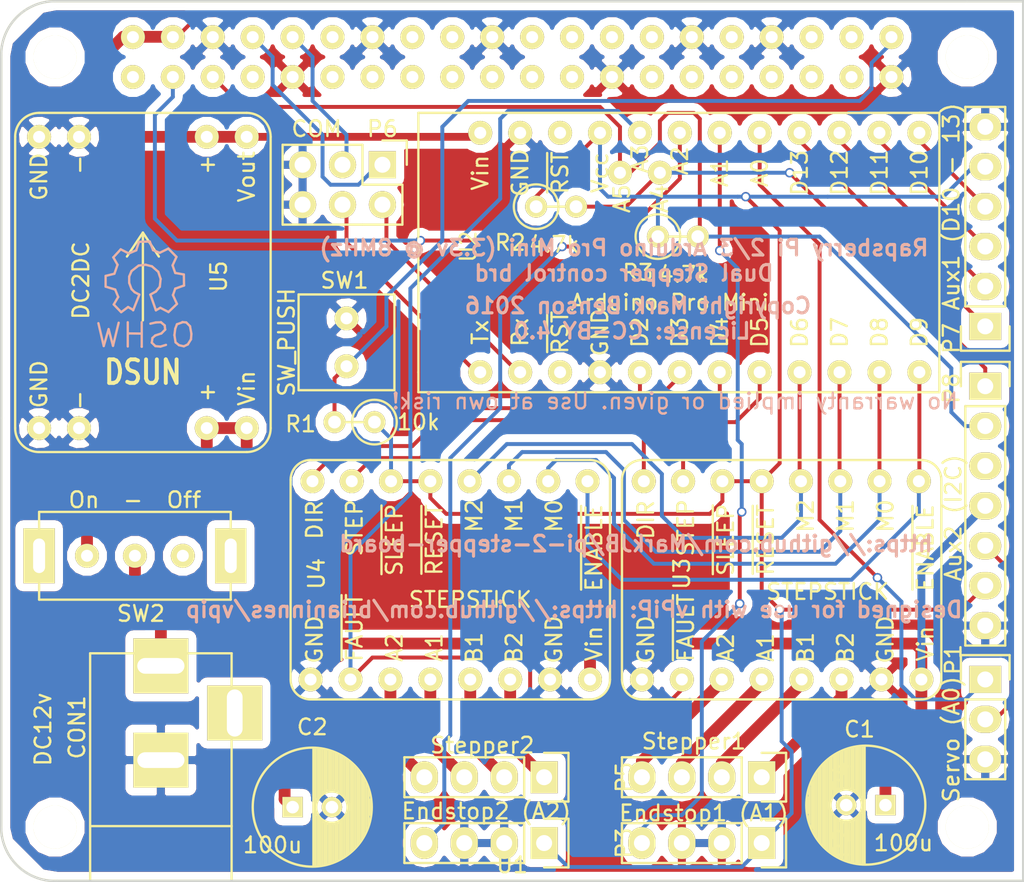
<source format=kicad_pcb>
(kicad_pcb (version 4) (host pcbnew 4.0.2-stable)
  (title_block (title "Pi 2/3 Arduino Stepper board") (date 2016-03-14) (rev v1.0) (comment 1 "Copyright Mark Benson 2016") (comment 2 "License: CC-BY-NC"))
  (layers (0 F.Cu signal) (31 B.Cu signal) (34 B.Paste user) (35 F.Paste user) (36 B.SilkS user) (37 F.SilkS user) (38 B.Mask user) (39 F.Mask user) (44 Edge.Cuts user))
  (net 0 "")
  (net 1 GND)
  (net 2 +12V)
  (net 3 "Net-(CON1-Pad3)")
  (net 4 /SERVO)
  (net 5 /VCC)
  (net 6 /ESTOP1)
  (net 7 /ESTOP2)
  (net 8 "Net-(P4-Pad1)")
  (net 9 "Net-(P4-Pad2)")
  (net 10 "Net-(P4-Pad3)")
  (net 11 "Net-(P4-Pad4)")
  (net 12 "Net-(P5-Pad1)")
  (net 13 "Net-(P5-Pad2)")
  (net 14 "Net-(P5-Pad3)")
  (net 15 "Net-(P5-Pad4)")
  (net 16 /PiTx)
  (net 17 /ArdRx)
  (net 18 /PiRx)
  (net 19 /ArdTx)
  (net 20 "Net-(U1-Pad1)")
  (net 21 "Net-(U1-Pad7)")
  (net 22 "Net-(U1-Pad11)")
  (net 23 "Net-(U1-Pad12)")
  (net 24 "Net-(U1-Pad13)")
  (net 25 "Net-(U1-Pad15)")
  (net 26 "Net-(U1-Pad16)")
  (net 27 "Net-(U1-Pad17)")
  (net 28 "Net-(U1-Pad18)")
  (net 29 "Net-(U1-Pad19)")
  (net 30 "Net-(U1-Pad21)")
  (net 31 "Net-(U1-Pad22)")
  (net 32 "Net-(U1-Pad23)")
  (net 33 "Net-(U1-Pad24)")
  (net 34 "Net-(U1-Pad26)")
  (net 35 "Net-(U1-Pad27)")
  (net 36 "Net-(U1-Pad28)")
  (net 37 "Net-(U1-Pad29)")
  (net 38 "Net-(U1-Pad31)")
  (net 39 "Net-(U1-Pad32)")
  (net 40 "Net-(U1-Pad33)")
  (net 41 "Net-(U1-Pad35)")
  (net 42 "Net-(U1-Pad36)")
  (net 43 "Net-(U1-Pad37)")
  (net 44 "Net-(U1-Pad38)")
  (net 45 "Net-(U2-Pad3)")
  (net 46 /DIR2)
  (net 47 /STEP2)
  (net 48 /DIR1)
  (net 49 /STEP1)
  (net 50 /M2)
  (net 51 /M1)
  (net 52 /M0)
  (net 53 /ENABLE)
  (net 54 /FAULT)
  (net 55 "Net-(U2-Pad22)")
  (net 56 /3v3)
  (net 57 /D10)
  (net 58 /D11)
  (net 59 /D12)
  (net 60 /D13)
  (net 61 "Net-(CON1-Pad1)")
  (net 62 /GPIO21)
  (net 63 "Net-(SW2-Pad3)")
  (net 64 /SDA)
  (net 65 /SCL)
  (net 66 "Net-(P8-Pad3)")
  (module custom:Pi_2_3 (layer F.Cu) (at 109.347 57.277)
    (fp_text reference U1 (at 0 41.783) (layer F.SilkS))
    (fp_text value Pi2_3_GPIO hide)
    (pad "" np_thru_hole circle (at 28.956 39.37) (size 2.75 2.75) (drill 2.75) (layers *.Cu *.Mask F.SilkS))
    (pad "" np_thru_hole circle (at -29.083 39.37) (size 2.75 2.75) (drill 2.75) (layers *.Cu *.Mask F.SilkS))
    (pad 1 thru_hole circle (at -24.13 -8.382) (size 1.524 1.524) (drill 0.762) (layers *.Cu *.Mask F.SilkS) (net 20 "Net-(U1-Pad1)"))
    (pad 2 thru_hole circle (at -24.13 -10.922) (size 1.524 1.524) (drill 0.762) (layers *.Cu *.Mask F.SilkS) (net 5 /VCC))
    (pad 3 thru_hole circle (at -21.59 -8.382) (size 1.524 1.524) (drill 0.762) (layers *.Cu *.Mask F.SilkS) (net 64 /SDA))
    (pad 4 thru_hole circle (at -21.59 -10.922) (size 1.524 1.524) (drill 0.762) (layers *.Cu *.Mask F.SilkS) (net 5 /VCC))
    (pad 5 thru_hole circle (at -19.05 -8.382) (size 1.524 1.524) (drill 0.762) (layers *.Cu *.Mask F.SilkS) (net 65 /SCL))
    (pad 6 thru_hole circle (at -19.05 -10.922) (size 1.524 1.524) (drill 0.762) (layers *.Cu *.Mask F.SilkS) (net 1 GND))
    (pad 7 thru_hole circle (at -16.51 -8.382) (size 1.524 1.524) (drill 0.762) (layers *.Cu *.Mask F.SilkS) (net 21 "Net-(U1-Pad7)"))
    (pad 8 thru_hole circle (at -16.51 -10.922) (size 1.524 1.524) (drill 0.762) (layers *.Cu *.Mask F.SilkS) (net 16 /PiTx))
    (pad 9 thru_hole circle (at -13.97 -8.382) (size 1.524 1.524) (drill 0.762) (layers *.Cu *.Mask F.SilkS) (net 1 GND))
    (pad 10 thru_hole circle (at -13.97 -10.922) (size 1.524 1.524) (drill 0.762) (layers *.Cu *.Mask F.SilkS) (net 18 /PiRx))
    (pad 11 thru_hole circle (at -11.43 -8.382) (size 1.524 1.524) (drill 0.762) (layers *.Cu *.Mask F.SilkS) (net 22 "Net-(U1-Pad11)"))
    (pad 12 thru_hole circle (at -11.43 -10.922) (size 1.524 1.524) (drill 0.762) (layers *.Cu *.Mask F.SilkS) (net 23 "Net-(U1-Pad12)"))
    (pad 13 thru_hole circle (at -8.89 -8.382) (size 1.524 1.524) (drill 0.762) (layers *.Cu *.Mask F.SilkS) (net 24 "Net-(U1-Pad13)"))
    (pad 14 thru_hole circle (at -8.89 -10.922) (size 1.524 1.524) (drill 0.762) (layers *.Cu *.Mask F.SilkS) (net 1 GND))
    (pad 15 thru_hole circle (at -6.35 -8.382) (size 1.524 1.524) (drill 0.762) (layers *.Cu *.Mask F.SilkS) (net 25 "Net-(U1-Pad15)"))
    (pad 16 thru_hole circle (at -6.35 -10.922) (size 1.524 1.524) (drill 0.762) (layers *.Cu *.Mask F.SilkS) (net 26 "Net-(U1-Pad16)"))
    (pad 17 thru_hole circle (at -3.81 -8.382) (size 1.524 1.524) (drill 0.762) (layers *.Cu *.Mask F.SilkS) (net 27 "Net-(U1-Pad17)"))
    (pad 18 thru_hole circle (at -3.81 -10.922) (size 1.524 1.524) (drill 0.762) (layers *.Cu *.Mask F.SilkS) (net 28 "Net-(U1-Pad18)"))
    (pad 19 thru_hole circle (at -1.27 -8.382) (size 1.524 1.524) (drill 0.762) (layers *.Cu *.Mask F.SilkS) (net 29 "Net-(U1-Pad19)"))
    (pad 20 thru_hole circle (at -1.27 -10.922) (size 1.524 1.524) (drill 0.762) (layers *.Cu *.Mask F.SilkS) (net 1 GND))
    (pad 21 thru_hole circle (at 1.27 -8.382) (size 1.524 1.524) (drill 0.762) (layers *.Cu *.Mask F.SilkS) (net 30 "Net-(U1-Pad21)"))
    (pad 22 thru_hole circle (at 1.27 -10.922) (size 1.524 1.524) (drill 0.762) (layers *.Cu *.Mask F.SilkS) (net 31 "Net-(U1-Pad22)"))
    (pad 23 thru_hole circle (at 3.81 -8.382) (size 1.524 1.524) (drill 0.762) (layers *.Cu *.Mask F.SilkS) (net 32 "Net-(U1-Pad23)"))
    (pad 24 thru_hole circle (at 3.81 -10.922) (size 1.524 1.524) (drill 0.762) (layers *.Cu *.Mask F.SilkS) (net 33 "Net-(U1-Pad24)"))
    (pad 25 thru_hole circle (at 6.35 -8.382) (size 1.524 1.524) (drill 0.762) (layers *.Cu *.Mask F.SilkS) (net 1 GND))
    (pad 26 thru_hole circle (at 6.35 -10.922) (size 1.524 1.524) (drill 0.762) (layers *.Cu *.Mask F.SilkS) (net 34 "Net-(U1-Pad26)"))
    (pad 27 thru_hole circle (at 8.89 -8.382) (size 1.524 1.524) (drill 0.762) (layers *.Cu *.Mask F.SilkS) (net 35 "Net-(U1-Pad27)"))
    (pad 28 thru_hole circle (at 8.89 -10.922) (size 1.524 1.524) (drill 0.762) (layers *.Cu *.Mask F.SilkS) (net 36 "Net-(U1-Pad28)"))
    (pad 29 thru_hole circle (at 11.43 -8.382) (size 1.524 1.524) (drill 0.762) (layers *.Cu *.Mask F.SilkS) (net 37 "Net-(U1-Pad29)"))
    (pad 30 thru_hole circle (at 11.43 -10.922) (size 1.524 1.524) (drill 0.762) (layers *.Cu *.Mask F.SilkS) (net 1 GND))
    (pad 31 thru_hole circle (at 13.97 -8.382) (size 1.524 1.524) (drill 0.762) (layers *.Cu *.Mask F.SilkS) (net 38 "Net-(U1-Pad31)"))
    (pad 32 thru_hole circle (at 13.97 -10.922) (size 1.524 1.524) (drill 0.762) (layers *.Cu *.Mask F.SilkS) (net 39 "Net-(U1-Pad32)"))
    (pad 33 thru_hole circle (at 16.51 -8.382) (size 1.524 1.524) (drill 0.762) (layers *.Cu *.Mask F.SilkS) (net 40 "Net-(U1-Pad33)"))
    (pad 34 thru_hole circle (at 16.51 -10.922) (size 1.524 1.524) (drill 0.762) (layers *.Cu *.Mask F.SilkS) (net 1 GND))
    (pad 35 thru_hole circle (at 19.05 -8.382) (size 1.524 1.524) (drill 0.762) (layers *.Cu *.Mask F.SilkS) (net 41 "Net-(U1-Pad35)"))
    (pad 36 thru_hole circle (at 19.05 -10.922) (size 1.524 1.524) (drill 0.762) (layers *.Cu *.Mask F.SilkS) (net 42 "Net-(U1-Pad36)"))
    (pad 37 thru_hole circle (at 21.59 -8.382) (size 1.524 1.524) (drill 0.762) (layers *.Cu *.Mask F.SilkS) (net 43 "Net-(U1-Pad37)"))
    (pad 38 thru_hole circle (at 21.59 -10.922) (size 1.524 1.524) (drill 0.762) (layers *.Cu *.Mask F.SilkS) (net 44 "Net-(U1-Pad38)"))
    (pad 39 thru_hole circle (at 24.13 -8.382) (size 1.524 1.524) (drill 0.762) (layers *.Cu *.Mask F.SilkS) (net 1 GND))
    (pad 40 thru_hole circle (at 24.13 -10.922) (size 1.524 1.524) (drill 0.762) (layers *.Cu *.Mask F.SilkS) (net 62 /GPIO21))
    (pad "" np_thru_hole circle (at -29.083 -9.652) (size 2.75 2.75) (drill 2.75) (layers *.Cu *.Mask F.SilkS))
    (pad "" np_thru_hole circle (at 28.956 -9.652) (size 2.75 2.75) (drill 2.75) (layers *.Cu *.Mask F.SilkS))
  )
  (module Capacitors_ThroughHole:C_Radial_D7.5_L11.2_P2.5 (layer F.Cu) (at 133.096 95.25 180)
    (fp_text reference C1 (at 1.651 4.826 180) (layer F.SilkS))
    (fp_text value 100u (at -1.143 -2.413 180) (layer F.SilkS))
    (pad 2 thru_hole circle (at 2.5 0 180) (size 1.3 1.3) (drill 0.8) (layers *.Cu *.Mask F.SilkS) (net 1 GND))
    (pad 1 thru_hole rect (at 0 0 180) (size 1.3 1.3) (drill 0.8) (layers *.Cu *.Mask F.SilkS) (net 2 +12V))
  )
  (module Capacitors_ThroughHole:C_Radial_D7.5_L11.2_P2.5 (layer F.Cu) (at 95.377 95.377)
    (fp_text reference C2 (at 1.25 -5.1) (layer F.SilkS))
    (fp_text value 100u (at -1.27 2.413) (layer F.SilkS))
    (pad 2 thru_hole circle (at 2.5 0) (size 1.3 1.3) (drill 0.8) (layers *.Cu *.Mask F.SilkS) (net 1 GND))
    (pad 1 thru_hole rect (at 0 0) (size 1.3 1.3) (drill 0.8) (layers *.Cu *.Mask F.SilkS) (net 2 +12V))
  )
  (module custom:BARREL_JACK (layer F.Cu) (at 86.995 92.583 90)
    (fp_text reference CON1 (at 2.286 -5.334 270) (layer F.SilkS))
    (fp_text value DC12v (at 2.159 -7.493 90) (layer F.SilkS))
    (pad 1 thru_hole rect (at 6.20014 0 90) (size 3.50012 3.50012) (drill oval 1.00076 2.99974) (layers *.Cu *.Mask F.SilkS) (net 61 "Net-(CON1-Pad1)"))
    (pad 2 thru_hole rect (at 0.20066 0 90) (size 3.50012 3.50012) (drill oval 1.00076 2.99974) (layers *.Cu *.Mask F.SilkS) (net 1 GND))
    (pad 3 thru_hole rect (at 3.2004 4.699 90) (size 3.50012 3.50012) (drill oval 2.99974 1.00076) (layers *.Cu *.Mask F.SilkS) (net 3 "Net-(CON1-Pad3)"))
  )
  (module Pin_Headers:Pin_Header_Straight_1x03 (layer F.Cu) (at 139.446 87.249)
    (fp_text reference P1 (at -2.032 -1.27 90) (layer F.SilkS))
    (fp_text value "Servo (A0)" (at -2.159 3.81 90) (layer F.SilkS))
    (pad 1 thru_hole rect (at 0 0) (size 2.032 1.7272) (drill 1.016) (layers *.Cu *.Mask F.SilkS) (net 4 /SERVO))
    (pad 2 thru_hole oval (at 0 2.54) (size 2.032 1.7272) (drill 1.016) (layers *.Cu *.Mask F.SilkS) (net 5 /VCC))
    (pad 3 thru_hole oval (at 0 5.08) (size 2.032 1.7272) (drill 1.016) (layers *.Cu *.Mask F.SilkS) (net 1 GND))
  )
  (module Pin_Headers:Pin_Header_Straight_1x04 (layer F.Cu) (at 125.222 97.663 270)
    (fp_text reference P2 (at 0 -5.1 270) (layer F.SilkS))
    (fp_text value "Endstop1 (A1)" (at -1.905 3.683 360) (layer F.SilkS))
    (pad 1 thru_hole rect (at 0 0 270) (size 2.032 1.7272) (drill 1.016) (layers *.Cu *.Mask F.SilkS) (net 56 /3v3))
    (pad 2 thru_hole oval (at 0 2.54 270) (size 2.032 1.7272) (drill 1.016) (layers *.Cu *.Mask F.SilkS) (net 1 GND))
    (pad 3 thru_hole oval (at 0 5.08 270) (size 2.032 1.7272) (drill 1.016) (layers *.Cu *.Mask F.SilkS) (net 1 GND))
    (pad 4 thru_hole oval (at 0 7.62 270) (size 2.032 1.7272) (drill 1.016) (layers *.Cu *.Mask F.SilkS) (net 6 /ESTOP1))
  )
  (module Pin_Headers:Pin_Header_Straight_1x04 (layer F.Cu) (at 111.379 97.663 270)
    (fp_text reference P3 (at 0 -5.1 270) (layer F.SilkS))
    (fp_text value "Endstop2 (A2)" (at -2.032 3.683 360) (layer F.SilkS))
    (pad 1 thru_hole rect (at 0 0 270) (size 2.032 1.7272) (drill 1.016) (layers *.Cu *.Mask F.SilkS) (net 56 /3v3))
    (pad 2 thru_hole oval (at 0 2.54 270) (size 2.032 1.7272) (drill 1.016) (layers *.Cu *.Mask F.SilkS) (net 1 GND))
    (pad 3 thru_hole oval (at 0 5.08 270) (size 2.032 1.7272) (drill 1.016) (layers *.Cu *.Mask F.SilkS) (net 1 GND))
    (pad 4 thru_hole oval (at 0 7.62 270) (size 2.032 1.7272) (drill 1.016) (layers *.Cu *.Mask F.SilkS) (net 7 /ESTOP2))
  )
  (module Pin_Headers:Pin_Header_Straight_1x04 (layer F.Cu) (at 125.222 93.472 270)
    (fp_text reference P4 (at 0 -5.1 270) (layer F.SilkS))
    (fp_text value Stepper1 (at -2.286 4.318 360) (layer F.SilkS))
    (pad 1 thru_hole rect (at 0 0 270) (size 2.032 1.7272) (drill 1.016) (layers *.Cu *.Mask F.SilkS) (net 8 "Net-(P4-Pad1)"))
    (pad 2 thru_hole oval (at 0 2.54 270) (size 2.032 1.7272) (drill 1.016) (layers *.Cu *.Mask F.SilkS) (net 9 "Net-(P4-Pad2)"))
    (pad 3 thru_hole oval (at 0 5.08 270) (size 2.032 1.7272) (drill 1.016) (layers *.Cu *.Mask F.SilkS) (net 10 "Net-(P4-Pad3)"))
    (pad 4 thru_hole oval (at 0 7.62 270) (size 2.032 1.7272) (drill 1.016) (layers *.Cu *.Mask F.SilkS) (net 11 "Net-(P4-Pad4)"))
  )
  (module Pin_Headers:Pin_Header_Straight_1x04 (layer F.Cu) (at 111.379 93.472 270)
    (fp_text reference P5 (at 0 -5.1 270) (layer F.SilkS))
    (fp_text value Stepper2 (at -2.032 3.937 360) (layer F.SilkS))
    (pad 1 thru_hole rect (at 0 0 270) (size 2.032 1.7272) (drill 1.016) (layers *.Cu *.Mask F.SilkS) (net 12 "Net-(P5-Pad1)"))
    (pad 2 thru_hole oval (at 0 2.54 270) (size 2.032 1.7272) (drill 1.016) (layers *.Cu *.Mask F.SilkS) (net 13 "Net-(P5-Pad2)"))
    (pad 3 thru_hole oval (at 0 5.08 270) (size 2.032 1.7272) (drill 1.016) (layers *.Cu *.Mask F.SilkS) (net 14 "Net-(P5-Pad3)"))
    (pad 4 thru_hole oval (at 0 7.62 270) (size 2.032 1.7272) (drill 1.016) (layers *.Cu *.Mask F.SilkS) (net 15 "Net-(P5-Pad4)"))
  )
  (module Pin_Headers:Pin_Header_Straight_2x03 (layer F.Cu) (at 101.092 54.483 270)
    (fp_text reference P6 (at -2.286 0 540) (layer F.SilkS))
    (fp_text value COM (at -2.286 4.191 360) (layer F.SilkS))
    (pad 1 thru_hole rect (at 0 0 270) (size 1.7272 1.7272) (drill 1.016) (layers *.Cu *.Mask F.SilkS) (net 16 /PiTx))
    (pad 2 thru_hole oval (at 2.54 0 270) (size 1.7272 1.7272) (drill 1.016) (layers *.Cu *.Mask F.SilkS) (net 17 /ArdRx))
    (pad 3 thru_hole oval (at 0 2.54 270) (size 1.7272 1.7272) (drill 1.016) (layers *.Cu *.Mask F.SilkS) (net 18 /PiRx))
    (pad 4 thru_hole oval (at 2.54 2.54 270) (size 1.7272 1.7272) (drill 1.016) (layers *.Cu *.Mask F.SilkS) (net 19 /ArdTx))
    (pad 5 thru_hole oval (at 0 5.08 270) (size 1.7272 1.7272) (drill 1.016) (layers *.Cu *.Mask F.SilkS) (net 1 GND))
    (pad 6 thru_hole oval (at 2.54 5.08 270) (size 1.7272 1.7272) (drill 1.016) (layers *.Cu *.Mask F.SilkS) (net 1 GND))
  )
  (module Pin_Headers:Pin_Header_Straight_1x06 (layer F.Cu) (at 139.446 64.77 180)
    (fp_text reference P7 (at 2.159 -0.762 270) (layer F.SilkS))
    (fp_text value "Aux1 (D10 - 13)" (at 2.159 7.62 270) (layer F.SilkS))
    (pad 1 thru_hole rect (at 0 0 180) (size 2.032 1.7272) (drill 1.016) (layers *.Cu *.Mask F.SilkS) (net 57 /D10))
    (pad 2 thru_hole oval (at 0 2.54 180) (size 2.032 1.7272) (drill 1.016) (layers *.Cu *.Mask F.SilkS) (net 58 /D11))
    (pad 3 thru_hole oval (at 0 5.08 180) (size 2.032 1.7272) (drill 1.016) (layers *.Cu *.Mask F.SilkS) (net 59 /D12))
    (pad 4 thru_hole oval (at 0 7.62 180) (size 2.032 1.7272) (drill 1.016) (layers *.Cu *.Mask F.SilkS) (net 60 /D13))
    (pad 5 thru_hole oval (at 0 10.16 180) (size 2.032 1.7272) (drill 1.016) (layers *.Cu *.Mask F.SilkS) (net 56 /3v3))
    (pad 6 thru_hole oval (at 0 12.7 180) (size 2.032 1.7272) (drill 1.016) (layers *.Cu *.Mask F.SilkS) (net 1 GND))
  )
  (module Discret:R1 (layer F.Cu) (at 99.314 70.866 180)
    (fp_text reference R1 (at 3.429 -0.127 180) (layer F.SilkS))
    (fp_text value 10k (at -4.064 0 180) (layer F.SilkS))
    (pad 1 thru_hole circle (at -1.27 0 180) (size 1.397 1.397) (drill 0.8128) (layers *.Cu *.Mask F.SilkS) (net 56 /3v3))
    (pad 2 thru_hole circle (at 1.27 0 180) (size 1.397 1.397) (drill 0.8128) (layers *.Cu *.Mask F.SilkS) (net 62 /GPIO21))
  )
  (module custom:TactSw (layer F.Cu) (at 98.806 65.786 90)
    (fp_text reference SW1 (at 3.937 -0.127 180) (layer F.SilkS))
    (fp_text value SW_PUSH (at 0 -3.81 90) (layer F.SilkS))
    (pad 2 thru_hole circle (at 1.524 0 90) (size 1.524 1.524) (drill 0.762) (layers *.Cu *.Mask F.SilkS) (net 1 GND))
    (pad 1 thru_hole circle (at -1.524 0 90) (size 1.524 1.524) (drill 0.762) (layers *.Cu *.Mask F.SilkS) (net 62 /GPIO21))
  )
  (module custom:Stepstick (layer F.Cu) (at 125.222 80.391 90)
    (fp_text reference U3 (at -0.127 -5.08 90) (layer F.SilkS))
    (fp_text value STEPSTICK (at -1.27 4.191 180) (layer F.SilkS))
    (fp_text user DIR (at 3.302 -7.366 90) (layer F.SilkS))
    (fp_text user STEP (at 2.794 -4.826 90) (layer F.SilkS))
    (fp_text user ~SLEEP (at 2.032 -2.286 90) (layer F.SilkS))
    (fp_text user ~RESET (at 2.032 0.254 90) (layer F.SilkS))
    (fp_text user M2 (at 3.556 2.794 90) (layer F.SilkS))
    (fp_text user M1 (at 3.556 5.334 90) (layer F.SilkS))
    (fp_text user M0 (at 3.556 7.874 90) (layer F.SilkS))
    (fp_text user ~ENABLE (at 1.524 10.414 90) (layer F.SilkS))
    (fp_text user Vin (at -4.572 10.414 90) (layer F.SilkS))
    (fp_text user GND (at -4.318 7.874 90) (layer F.SilkS))
    (fp_text user B2 (at -4.826 5.334 90) (layer F.SilkS))
    (fp_text user B1 (at -4.826 2.794 90) (layer F.SilkS))
    (fp_text user A1 (at -4.826 0.254 90) (layer F.SilkS))
    (fp_text user A2 (at -4.826 -2.286 90) (layer F.SilkS))
    (fp_text user ~FAULT (at -3.556 -4.826 90) (layer F.SilkS))
    (fp_text user GND (at -4.318 -7.366 90) (layer F.SilkS))
    (pad 1 thru_hole circle (at -6.858 -7.62 90) (size 1.524 1.524) (drill 0.762) (layers *.Cu *.Mask F.SilkS) (net 1 GND))
    (pad 2 thru_hole circle (at -6.858 -5.08 90) (size 1.524 1.524) (drill 0.762) (layers *.Cu *.Mask F.SilkS) (net 54 /FAULT))
    (pad 3 thru_hole circle (at -6.858 -2.54 90) (size 1.524 1.524) (drill 0.762) (layers *.Cu *.Mask F.SilkS) (net 11 "Net-(P4-Pad4)"))
    (pad 4 thru_hole circle (at -6.858 0 90) (size 1.524 1.524) (drill 0.762) (layers *.Cu *.Mask F.SilkS) (net 10 "Net-(P4-Pad3)"))
    (pad 5 thru_hole circle (at -6.858 2.54 90) (size 1.524 1.524) (drill 0.762) (layers *.Cu *.Mask F.SilkS) (net 9 "Net-(P4-Pad2)"))
    (pad 6 thru_hole circle (at -6.858 5.08 90) (size 1.524 1.524) (drill 0.762) (layers *.Cu *.Mask F.SilkS) (net 8 "Net-(P4-Pad1)"))
    (pad 7 thru_hole circle (at -6.858 7.62 90) (size 1.524 1.524) (drill 0.762) (layers *.Cu *.Mask F.SilkS) (net 1 GND))
    (pad 8 thru_hole circle (at -6.858 10.16 90) (size 1.524 1.524) (drill 0.762) (layers *.Cu *.Mask F.SilkS) (net 2 +12V))
    (pad 9 thru_hole circle (at 5.762 10 90) (size 1.524 1.524) (drill 0.762) (layers *.Cu *.Mask F.SilkS) (net 53 /ENABLE))
    (pad 10 thru_hole circle (at 5.762 7.5 90) (size 1.524 1.524) (drill 0.762) (layers *.Cu *.Mask F.SilkS) (net 52 /M0))
    (pad 11 thru_hole circle (at 5.762 5 90) (size 1.524 1.524) (drill 0.762) (layers *.Cu *.Mask F.SilkS) (net 51 /M1))
    (pad 12 thru_hole circle (at 5.762 2.5 90) (size 1.524 1.524) (drill 0.762) (layers *.Cu *.Mask F.SilkS) (net 50 /M2))
    (pad 13 thru_hole circle (at 5.762 0 90) (size 1.524 1.524) (drill 0.762) (layers *.Cu *.Mask F.SilkS) (net 56 /3v3))
    (pad 14 thru_hole circle (at 5.762 -2.5 90) (size 1.524 1.524) (drill 0.762) (layers *.Cu *.Mask F.SilkS) (net 56 /3v3))
    (pad 15 thru_hole circle (at 5.762 -5 90) (size 1.524 1.524) (drill 0.762) (layers *.Cu *.Mask F.SilkS) (net 49 /STEP1))
    (pad 16 thru_hole circle (at 5.762 -7.5 90) (size 1.524 1.524) (drill 0.762) (layers *.Cu *.Mask F.SilkS) (net 48 /DIR1))
  )
  (module custom:Stepstick (layer F.Cu) (at 104.14 80.391 90)
    (fp_text reference U4 (at -0.127 -7.239 90) (layer F.SilkS))
    (fp_text value STEPSTICK (at -1.778 2.54 180) (layer F.SilkS))
    (fp_text user DIR (at 3.302 -7.366 90) (layer F.SilkS))
    (fp_text user STEP (at 2.794 -4.826 90) (layer F.SilkS))
    (fp_text user ~SLEEP (at 2.032 -2.286 90) (layer F.SilkS))
    (fp_text user ~RESET (at 2.032 0.254 90) (layer F.SilkS))
    (fp_text user M2 (at 3.556 2.794 90) (layer F.SilkS))
    (fp_text user M1 (at 3.556 5.334 90) (layer F.SilkS))
    (fp_text user M0 (at 3.556 7.874 90) (layer F.SilkS))
    (fp_text user ~ENABLE (at 1.524 10.414 90) (layer F.SilkS))
    (fp_text user Vin (at -4.572 10.414 90) (layer F.SilkS))
    (fp_text user GND (at -4.318 7.874 90) (layer F.SilkS))
    (fp_text user B2 (at -4.826 5.334 90) (layer F.SilkS))
    (fp_text user B1 (at -4.826 2.794 90) (layer F.SilkS))
    (fp_text user A1 (at -4.826 0.254 90) (layer F.SilkS))
    (fp_text user A2 (at -4.826 -2.286 90) (layer F.SilkS))
    (fp_text user ~FAULT (at -3.556 -4.826 90) (layer F.SilkS))
    (fp_text user GND (at -4.318 -7.366 90) (layer F.SilkS))
    (pad 1 thru_hole circle (at -6.858 -7.62 90) (size 1.524 1.524) (drill 0.762) (layers *.Cu *.Mask F.SilkS) (net 1 GND))
    (pad 2 thru_hole circle (at -6.858 -5.08 90) (size 1.524 1.524) (drill 0.762) (layers *.Cu *.Mask F.SilkS) (net 54 /FAULT))
    (pad 3 thru_hole circle (at -6.858 -2.54 90) (size 1.524 1.524) (drill 0.762) (layers *.Cu *.Mask F.SilkS) (net 15 "Net-(P5-Pad4)"))
    (pad 4 thru_hole circle (at -6.858 0 90) (size 1.524 1.524) (drill 0.762) (layers *.Cu *.Mask F.SilkS) (net 14 "Net-(P5-Pad3)"))
    (pad 5 thru_hole circle (at -6.858 2.54 90) (size 1.524 1.524) (drill 0.762) (layers *.Cu *.Mask F.SilkS) (net 13 "Net-(P5-Pad2)"))
    (pad 6 thru_hole circle (at -6.858 5.08 90) (size 1.524 1.524) (drill 0.762) (layers *.Cu *.Mask F.SilkS) (net 12 "Net-(P5-Pad1)"))
    (pad 7 thru_hole circle (at -6.858 7.62 90) (size 1.524 1.524) (drill 0.762) (layers *.Cu *.Mask F.SilkS) (net 1 GND))
    (pad 8 thru_hole circle (at -6.858 10.16 90) (size 1.524 1.524) (drill 0.762) (layers *.Cu *.Mask F.SilkS) (net 2 +12V))
    (pad 9 thru_hole circle (at 5.762 10 90) (size 1.524 1.524) (drill 0.762) (layers *.Cu *.Mask F.SilkS) (net 53 /ENABLE))
    (pad 10 thru_hole circle (at 5.762 7.5 90) (size 1.524 1.524) (drill 0.762) (layers *.Cu *.Mask F.SilkS) (net 52 /M0))
    (pad 11 thru_hole circle (at 5.762 5 90) (size 1.524 1.524) (drill 0.762) (layers *.Cu *.Mask F.SilkS) (net 51 /M1))
    (pad 12 thru_hole circle (at 5.762 2.5 90) (size 1.524 1.524) (drill 0.762) (layers *.Cu *.Mask F.SilkS) (net 50 /M2))
    (pad 13 thru_hole circle (at 5.762 0 90) (size 1.524 1.524) (drill 0.762) (layers *.Cu *.Mask F.SilkS) (net 56 /3v3))
    (pad 14 thru_hole circle (at 5.762 -2.5 90) (size 1.524 1.524) (drill 0.762) (layers *.Cu *.Mask F.SilkS) (net 56 /3v3))
    (pad 15 thru_hole circle (at 5.762 -5 90) (size 1.524 1.524) (drill 0.762) (layers *.Cu *.Mask F.SilkS) (net 47 /STEP2))
    (pad 16 thru_hole circle (at 5.762 -7.5 90) (size 1.524 1.524) (drill 0.762) (layers *.Cu *.Mask F.SilkS) (net 46 /DIR2))
  )
  (module custom:DSUN_DC2DC (layer F.Cu) (at 85.852 61.849 90)
    (fp_text reference U5 (at 0.254 4.826 90) (layer F.SilkS))
    (fp_text value DC2DC (at 0 -3.937 90) (layer F.SilkS))
    (fp_text user - (at -7.62 -4.064 90) (layer F.SilkS))
    (fp_text user - (at 7.366 -4.064 90) (layer F.SilkS))
    (fp_text user + (at 7.366 4.064 90) (layer F.SilkS))
    (fp_text user + (at -7.112 4.064 90) (layer F.SilkS))
    (fp_text user Vout (at 6.604 6.604 90) (layer F.SilkS))
    (fp_text user Vin (at -6.858 6.604 90) (layer F.SilkS))
    (fp_text user GND (at 6.604 -6.604 90) (layer F.SilkS))
    (fp_text user GND (at -6.604 -6.604 90) (layer F.SilkS))
    (pad 1 thru_hole circle (at -9.398 -6.604 90) (size 1.524 1.524) (drill 0.762) (layers *.Cu *.Mask F.SilkS) (net 1 GND))
    (pad 2 thru_hole circle (at -9.398 -4.064 90) (size 1.524 1.524) (drill 0.762) (layers *.Cu *.Mask F.SilkS) (net 1 GND))
    (pad 3 thru_hole circle (at -9.398 4.064 90) (size 1.524 1.524) (drill 0.762) (layers *.Cu *.Mask F.SilkS) (net 2 +12V))
    (pad 4 thru_hole circle (at -9.398 6.604 90) (size 1.524 1.524) (drill 0.762) (layers *.Cu *.Mask F.SilkS) (net 2 +12V))
    (pad 8 thru_hole circle (at 9.144 -6.604 90) (size 1.524 1.524) (drill 0.762) (layers *.Cu *.Mask F.SilkS) (net 1 GND))
    (pad 7 thru_hole circle (at 9.144 -4.064 90) (size 1.524 1.524) (drill 0.762) (layers *.Cu *.Mask F.SilkS) (net 1 GND))
    (pad 6 thru_hole circle (at 9.144 4.064 90) (size 1.524 1.524) (drill 0.762) (layers *.Cu *.Mask F.SilkS) (net 5 /VCC))
    (pad 5 thru_hole circle (at 9.144 6.604 90) (size 1.524 1.524) (drill 0.762) (layers *.Cu *.Mask F.SilkS) (net 5 /VCC))
  )
  (module Symbols:Symbol_OSHW-Logo_SilkScreen (layer B.Cu) (at 85.979 61.849 180)
    (fp_text reference REF** hide)
    (fp_text value Symbol_OSHW-Logo_SilkScreen hide)
  )
  (module Pin_Headers:Pin_Header_Straight_1x07 (layer F.Cu) (at 139.446 68.58)
    (fp_text reference P8 (at -2.159 0.127 90) (layer F.SilkS))
    (fp_text value "Aux2 (I2C)" (at -2.032 8.382 90) (layer F.SilkS))
    (pad 1 thru_hole rect (at 0 0) (size 2.032 1.7272) (drill 1.016) (layers *.Cu *.Mask F.SilkS) (net 64 /SDA))
    (pad 2 thru_hole oval (at 0 2.54) (size 2.032 1.7272) (drill 1.016) (layers *.Cu *.Mask F.SilkS) (net 65 /SCL))
    (pad 3 thru_hole oval (at 0 5.08) (size 2.032 1.7272) (drill 1.016) (layers *.Cu *.Mask F.SilkS) (net 66 "Net-(P8-Pad3)"))
    (pad 4 thru_hole oval (at 0 7.62) (size 2.032 1.7272) (drill 1.016) (layers *.Cu *.Mask F.SilkS) (net 2 +12V))
    (pad 5 thru_hole oval (at 0 10.16) (size 2.032 1.7272) (drill 1.016) (layers *.Cu *.Mask F.SilkS) (net 5 /VCC))
    (pad 6 thru_hole oval (at 0 12.7) (size 2.032 1.7272) (drill 1.016) (layers *.Cu *.Mask F.SilkS) (net 56 /3v3))
    (pad 7 thru_hole oval (at 0 15.24) (size 2.032 1.7272) (drill 1.016) (layers *.Cu *.Mask F.SilkS) (net 1 GND))
  )
  (module Discret:R1 (layer F.Cu) (at 112.141 57.15)
    (fp_text reference R2 (at -2.921 2.286) (layer F.SilkS))
    (fp_text value 4.7k (at -0.127 2.413) (layer F.SilkS))
    (pad 1 thru_hole circle (at -1.27 0) (size 1.397 1.397) (drill 0.8128) (layers *.Cu *.Mask F.SilkS) (net 56 /3v3))
    (pad 2 thru_hole circle (at 1.27 0) (size 1.397 1.397) (drill 0.8128) (layers *.Cu *.Mask F.SilkS) (net 64 /SDA))
  )
  (module Discret:R1 (layer F.Cu) (at 119.888 59.055)
    (fp_text reference R3 (at -2.54 2.286) (layer F.SilkS))
    (fp_text value 4.7k (at 0.381 2.413) (layer F.SilkS))
    (pad 1 thru_hole circle (at -1.27 0) (size 1.397 1.397) (drill 0.8128) (layers *.Cu *.Mask F.SilkS) (net 56 /3v3))
    (pad 2 thru_hole circle (at 1.27 0) (size 1.397 1.397) (drill 0.8128) (layers *.Cu *.Mask F.SilkS) (net 65 /SCL))
  )
  (module custom:Arduino_Pro_Mini (layer F.Cu) (at 121.285 60.071 90)
    (fp_text reference U2 (at 0.381 -14.732 90) (layer F.SilkS))
    (fp_text value Arduino_Pro_Mini_3v3_8MHz hide)
    (fp_text user A5 (at 3.429 -4.953 90) (layer F.SilkS))
    (fp_text user A4 (at 3.429 -2.54 90) (layer F.SilkS))
    (fp_text user "Arduino Pro Mini" (at -3.175 -1.905 180) (layer F.SilkS))
    (fp_text user Vin (at 5.08 -13.97 90) (layer F.SilkS))
    (fp_text user GND (at 5.08 -11.43 90) (layer F.SilkS))
    (fp_text user ~RST (at 5.08 -8.89 90) (layer F.SilkS))
    (fp_text user Vcc (at 5.08 -6.35 90) (layer F.SilkS))
    (fp_text user A3 (at 5.969 -3.81 90) (layer F.SilkS))
    (fp_text user A2 (at 5.842 -1.27 90) (layer F.SilkS))
    (fp_text user A1 (at 5.08 1.27 90) (layer F.SilkS))
    (fp_text user A0 (at 5.08 3.81 90) (layer F.SilkS))
    (fp_text user D13 (at 5.08 6.35 90) (layer F.SilkS))
    (fp_text user D12 (at 5.08 8.89 90) (layer F.SilkS))
    (fp_text user D11 (at 5.08 11.43 90) (layer F.SilkS))
    (fp_text user D10 (at 5.08 13.97 90) (layer F.SilkS))
    (fp_text user D9 (at -5.08 13.97 90) (layer F.SilkS))
    (fp_text user D8 (at -5.08 11.43 90) (layer F.SilkS))
    (fp_text user D7 (at -5.08 8.89 90) (layer F.SilkS))
    (fp_text user D6 (at -5.08 6.35 90) (layer F.SilkS))
    (fp_text user D5 (at -5.08 3.81 90) (layer F.SilkS))
    (fp_text user D4 (at -5.08 1.27 90) (layer F.SilkS))
    (fp_text user D3 (at -5.08 -1.27 90) (layer F.SilkS))
    (fp_text user D2 (at -5.08 -3.81 90) (layer F.SilkS))
    (fp_text user GND (at -5.08 -6.35 90) (layer F.SilkS))
    (fp_text user ~RST (at -5.08 -8.89 90) (layer F.SilkS))
    (fp_text user Rx (at -5.08 -11.43 90) (layer F.SilkS))
    (fp_text user Tx (at -5.08 -13.97 90) (layer F.SilkS))
    (pad 1 thru_hole circle (at -7.62 -13.97 90) (size 1.524 1.524) (drill 0.762) (layers *.Cu *.Mask F.SilkS) (net 19 /ArdTx))
    (pad 2 thru_hole circle (at -7.62 -11.43 90) (size 1.524 1.524) (drill 0.762) (layers *.Cu *.Mask F.SilkS) (net 17 /ArdRx))
    (pad 3 thru_hole circle (at -7.62 -8.89 90) (size 1.524 1.524) (drill 0.762) (layers *.Cu *.Mask F.SilkS) (net 45 "Net-(U2-Pad3)"))
    (pad 4 thru_hole circle (at -7.62 -6.35 90) (size 1.524 1.524) (drill 0.762) (layers *.Cu *.Mask F.SilkS) (net 1 GND))
    (pad 5 thru_hole circle (at -7.62 -3.81 90) (size 1.524 1.524) (drill 0.762) (layers *.Cu *.Mask F.SilkS) (net 46 /DIR2))
    (pad 6 thru_hole circle (at -7.62 -1.27 90) (size 1.524 1.524) (drill 0.762) (layers *.Cu *.Mask F.SilkS) (net 47 /STEP2))
    (pad 7 thru_hole circle (at -7.62 1.27 90) (size 1.524 1.524) (drill 0.762) (layers *.Cu *.Mask F.SilkS) (net 48 /DIR1))
    (pad 8 thru_hole circle (at -7.62 3.81 90) (size 1.524 1.524) (drill 0.762) (layers *.Cu *.Mask F.SilkS) (net 49 /STEP1))
    (pad 9 thru_hole circle (at -7.62 6.35 90) (size 1.524 1.524) (drill 0.762) (layers *.Cu *.Mask F.SilkS) (net 50 /M2))
    (pad 10 thru_hole circle (at -7.62 8.89 90) (size 1.524 1.524) (drill 0.762) (layers *.Cu *.Mask F.SilkS) (net 51 /M1))
    (pad 11 thru_hole circle (at -7.62 11.43 90) (size 1.524 1.524) (drill 0.762) (layers *.Cu *.Mask F.SilkS) (net 52 /M0))
    (pad 12 thru_hole circle (at -7.62 13.97 90) (size 1.524 1.524) (drill 0.762) (layers *.Cu *.Mask F.SilkS) (net 53 /ENABLE))
    (pad 13 thru_hole circle (at 7.62 13.97 90) (size 1.524 1.524) (drill 0.762) (layers *.Cu *.Mask F.SilkS) (net 60 /D13))
    (pad 14 thru_hole circle (at 7.62 11.43 90) (size 1.524 1.524) (drill 0.762) (layers *.Cu *.Mask F.SilkS) (net 59 /D12))
    (pad 15 thru_hole circle (at 7.62 8.89 90) (size 1.524 1.524) (drill 0.762) (layers *.Cu *.Mask F.SilkS) (net 58 /D11))
    (pad 16 thru_hole circle (at 7.62 6.35 90) (size 1.524 1.524) (drill 0.762) (layers *.Cu *.Mask F.SilkS) (net 57 /D10))
    (pad 17 thru_hole circle (at 7.62 3.81 90) (size 1.524 1.524) (drill 0.762) (layers *.Cu *.Mask F.SilkS) (net 4 /SERVO))
    (pad 18 thru_hole circle (at 7.62 1.27 90) (size 1.524 1.524) (drill 0.762) (layers *.Cu *.Mask F.SilkS) (net 6 /ESTOP1))
    (pad 19 thru_hole circle (at 7.62 -1.27 90) (size 1.524 1.524) (drill 0.762) (layers *.Cu *.Mask F.SilkS) (net 7 /ESTOP2))
    (pad 20 thru_hole circle (at 7.62 -3.81 90) (size 1.524 1.524) (drill 0.762) (layers *.Cu *.Mask F.SilkS) (net 54 /FAULT))
    (pad 21 thru_hole circle (at 7.62 -6.35 90) (size 1.524 1.524) (drill 0.762) (layers *.Cu *.Mask F.SilkS) (net 56 /3v3))
    (pad 22 thru_hole circle (at 7.62 -8.89 90) (size 1.524 1.524) (drill 0.762) (layers *.Cu *.Mask F.SilkS) (net 55 "Net-(U2-Pad22)"))
    (pad 23 thru_hole circle (at 7.62 -11.43 90) (size 1.524 1.524) (drill 0.762) (layers *.Cu *.Mask F.SilkS) (net 1 GND))
    (pad 24 thru_hole circle (at 7.62 -13.97 90) (size 1.524 1.524) (drill 0.762) (layers *.Cu *.Mask F.SilkS) (net 5 /VCC))
    (pad 25 thru_hole circle (at 5.08 -2.54 90) (size 1.524 1.524) (drill 0.762) (layers *.Cu *.Mask F.SilkS) (net 64 /SDA))
    (pad 26 thru_hole circle (at 5.08 -5.08 90) (size 1.524 1.524) (drill 0.762) (layers *.Cu *.Mask F.SilkS) (net 65 /SCL))
  )
  (module custom:SlideSw (layer F.Cu) (at 85.344 79.375)
    (fp_text reference SW2 (at 0.381 3.683) (layer F.SilkS))
    (fp_text value "On  -  Off" (at 0 -3.556) (layer F.SilkS))
    (pad 5 thru_hole rect (at 6.096 0) (size 2 3.5) (drill oval 0.762 2.2) (layers *.Cu *.Mask F.SilkS))
    (pad 2 thru_hole circle (at 0 0) (size 1.524 1.524) (drill 0.762) (layers *.Cu *.Mask F.SilkS) (net 61 "Net-(CON1-Pad1)"))
    (pad 3 thru_hole circle (at 3.048 0) (size 1.524 1.524) (drill 0.762) (layers *.Cu *.Mask F.SilkS) (net 63 "Net-(SW2-Pad3)"))
    (pad 1 thru_hole circle (at -3.048 0) (size 1.524 1.524) (drill 0.762) (layers *.Cu *.Mask F.SilkS) (net 2 +12V))
    (pad 4 thru_hole rect (at -6.096 0) (size 2 3.5) (drill oval 0.762 2.2) (layers *.Cu *.Mask F.SilkS))
  )
  (gr_text "No warranty implied or given. Use at own risk!" (at 119.6975 69.5325) (layer B.SilkS) (effects (font (size 1 1)) (justify mirror)))
  (gr_text "Designed for use with vPiP: https://github.com/brianinnes/vpip" (at 113.284 82.804) (layer B.SilkS) (effects (font (size 1 1) (thickness 0.2)) (justify mirror)))
  (gr_text https://github.com/MarkJB/pi-2-stepper-board (at 117.221 78.613) (layer B.SilkS) (effects (font (size 1 1) (thickness 0.2)) (justify mirror)))
  (gr_text "Copyright Mark Benson 2016 \nLicense: CC-BY 4.0" (at 116.967 64.262) (layer B.SilkS) (effects (font (size 1 1) (thickness 0.2)) (justify mirror)))
  (gr_text "Rapsberry Pi 2/3 Arduino Pro Mini (3.3v @ 8MHz)\nDual Stepper control brd" (at 116.459 60.579) (layer B.SilkS) (effects (font (size 1 1) (thickness 0.2)) (justify mirror)))
  (gr_arc (start 80.264 47.498) (end 76.835 47.498) (angle 90) (layer Edge.Cuts) (width 0.15))
  (gr_line (start 76.835 47.498) (end 76.835 96.774) (angle 90) (layer Edge.Cuts) (width 0.15))
  (gr_arc (start 80.264 96.647) (end 80.391 100.076) (angle 90) (layer Edge.Cuts) (width 0.15))
  (gr_line (start 141.859 44.069) (end 80.264 44.069) (angle 90) (layer Edge.Cuts) (width 0.15))
  (gr_line (start 141.859 100.076) (end 141.859 44.069) (angle 90) (layer Edge.Cuts) (width 0.15))
  (gr_line (start 80.391 100.076) (end 141.859 100.076) (angle 90) (layer Edge.Cuts) (width 0.15))
  (gr_text DSUN (at 85.852 67.691) (layer F.SilkS) (effects (font (size 1.5 1.2) (thickness 0.25))))
  (segment (start 135.382 87.249) (end 135.382 80.264) (width 0.5) (layer B.Cu) (net 2))
  (segment (start 135.382 80.264) (end 139.446 76.2) (width 0.5) (layer B.Cu) (net 2))
  (segment (start 92.456 71.247) (end 92.456 74.422) (width 0.75) (layer F.Cu) (net 2))
  (segment (start 94.869 76.835) (end 94.869 85.979) (width 0.75) (layer F.Cu) (net 2))
  (segment (start 92.456 74.422) (end 94.869 76.835) (width 0.75) (layer F.Cu) (net 2))
  (segment (start 114.3 87.249) (end 114.3 85.725) (width 0.75) (layer F.Cu) (net 2))
  (segment (start 114.3 85.725) (end 113.538 84.963) (width 0.75) (layer F.Cu) (net 2))
  (segment (start 113.538 84.963) (end 95.885 84.963) (width 0.75) (layer F.Cu) (net 2))
  (segment (start 95.885 84.963) (end 94.869 85.979) (width 0.75) (layer F.Cu) (net 2))
  (segment (start 94.869 85.979) (end 94.869 94.869) (width 0.75) (layer F.Cu) (net 2))
  (segment (start 94.869 94.869) (end 95.377 95.377) (width 0.75) (layer F.Cu) (net 2))
  (segment (start 133.096 95.25) (end 133.096 92.71) (width 0.75) (layer F.Cu) (net 2))
  (segment (start 135.382 90.424) (end 135.382 87.249) (width 0.75) (layer F.Cu) (net 2))
  (segment (start 133.096 92.71) (end 135.382 90.424) (width 0.75) (layer F.Cu) (net 2))
  (segment (start 135.382 87.249) (end 135.382 85.471) (width 0.75) (layer F.Cu) (net 2))
  (segment (start 115.062 84.963) (end 114.3 85.725) (width 0.75) (layer F.Cu) (net 2))
  (segment (start 135.001 84.963) (end 115.062 84.963) (width 0.75) (layer F.Cu) (net 2))
  (segment (start 135.382 85.344) (end 135.001 84.963) (width 0.75) (layer F.Cu) (net 2))
  (segment (start 135.382 85.471) (end 135.382 85.344) (width 0.75) (layer F.Cu) (net 2))
  (segment (start 89.916 71.247) (end 92.456 71.247) (width 0.75) (layer F.Cu) (net 2))
  (segment (start 82.296 79.375) (end 82.296 77.089) (width 0.75) (layer F.Cu) (net 2))
  (segment (start 89.916 72.771) (end 89.916 71.247) (width 0.75) (layer F.Cu) (net 2))
  (segment (start 88.519 74.168) (end 89.916 72.771) (width 0.75) (layer F.Cu) (net 2))
  (segment (start 85.217 74.168) (end 88.519 74.168) (width 0.75) (layer F.Cu) (net 2))
  (segment (start 82.296 77.089) (end 85.217 74.168) (width 0.75) (layer F.Cu) (net 2))
  (segment (start 139.446 87.249) (end 138.176 88.519) (width 0.25) (layer B.Cu) (net 4))
  (segment (start 138.176 88.519) (end 138.303 88.519) (width 0.25) (layer B.Cu) (net 4))
  (segment (start 125.095 52.451) (end 125.095 55.753) (width 0.25) (layer F.Cu) (net 4))
  (segment (start 135.001 88.519) (end 138.303 88.519) (width 0.25) (layer B.Cu) (net 4))
  (segment (start 134.112 87.63) (end 135.001 88.519) (width 0.25) (layer B.Cu) (net 4))
  (segment (start 134.112 82.296) (end 134.112 87.63) (width 0.25) (layer B.Cu) (net 4))
  (segment (start 132.588 80.772) (end 134.112 82.296) (width 0.25) (layer B.Cu) (net 4))
  (via (at 132.588 80.772) (size 0.6) (drill 0.4) (layers F.Cu B.Cu) (net 4))
  (segment (start 128.905 77.089) (end 132.588 80.772) (width 0.25) (layer F.Cu) (net 4))
  (segment (start 128.905 59.563) (end 128.905 77.089) (width 0.25) (layer F.Cu) (net 4))
  (segment (start 125.095 55.753) (end 128.905 59.563) (width 0.25) (layer F.Cu) (net 4))
  (segment (start 139.446 89.789) (end 140.081 89.789) (width 0.25) (layer F.Cu) (net 5))
  (segment (start 140.081 89.789) (end 141.097 88.773) (width 0.25) (layer F.Cu) (net 5))
  (segment (start 87.757 46.355) (end 88.011 46.355) (width 0.25) (layer F.Cu) (net 5))
  (segment (start 88.011 46.355) (end 89.408 44.958) (width 0.25) (layer F.Cu) (net 5))
  (segment (start 89.408 44.958) (end 139.446 44.958) (width 0.25) (layer F.Cu) (net 5))
  (segment (start 139.446 44.958) (end 141.097 46.609) (width 0.25) (layer F.Cu) (net 5))
  (segment (start 141.097 46.609) (end 141.097 80.391) (width 0.25) (layer F.Cu) (net 5))
  (segment (start 92.456 52.705) (end 107.061 52.705) (width 0.5) (layer F.Cu) (net 5))
  (segment (start 107.061 52.705) (end 107.315 52.451) (width 0.5) (layer F.Cu) (net 5))
  (segment (start 141.097 88.773) (end 141.097 80.391) (width 0.25) (layer F.Cu) (net 5))
  (segment (start 141.097 80.391) (end 139.446 78.74) (width 0.25) (layer F.Cu) (net 5))
  (segment (start 87.778001 46.337) (end 88.41 46.337) (width 0.25) (layer B.Cu) (net 5))
  (segment (start 85.238001 46.337) (end 87.778001 46.337) (width 0.75) (layer F.Cu) (net 5))
  (segment (start 92.456 52.705) (end 89.916 52.705) (width 0.75) (layer F.Cu) (net 5))
  (segment (start 89.916 52.705) (end 85.471 52.705) (width 0.75) (layer F.Cu) (net 5))
  (segment (start 85.471 52.705) (end 83.058 50.292) (width 0.75) (layer F.Cu) (net 5))
  (segment (start 83.058 50.292) (end 83.058 47.879) (width 0.75) (layer F.Cu) (net 5))
  (segment (start 83.058 47.879) (end 84.6 46.337) (width 0.75) (layer F.Cu) (net 5))
  (segment (start 84.6 46.337) (end 85.238001 46.337) (width 0.75) (layer F.Cu) (net 5))
  (segment (start 122.555 52.451) (end 122.555 59.944) (width 0.25) (layer F.Cu) (net 6))
  (segment (start 118.491 95.885) (end 117.602 96.774) (width 0.25) (layer B.Cu) (net 6))
  (via (at 122.555 59.944) (size 0.6) (drill 0.4) (layers F.Cu B.Cu) (net 6))
  (segment (start 117.602 96.774) (end 117.602 97.663) (width 0.25) (layer B.Cu) (net 6))
  (segment (start 120.142 95.885) (end 118.491 95.885) (width 0.25) (layer B.Cu) (net 6))
  (segment (start 121.412 94.615) (end 120.142 95.885) (width 0.25) (layer B.Cu) (net 6))
  (segment (start 121.412 84.836) (end 121.412 94.615) (width 0.25) (layer B.Cu) (net 6))
  (segment (start 123.825 82.423) (end 121.412 84.836) (width 0.25) (layer B.Cu) (net 6))
  (via (at 123.825 82.423) (size 0.6) (drill 0.4) (layers F.Cu B.Cu) (net 6))
  (segment (start 123.825 76.708) (end 123.825 82.423) (width 0.25) (layer F.Cu) (net 6))
  (segment (start 123.952 76.581) (end 123.825 76.708) (width 0.25) (layer F.Cu) (net 6))
  (via (at 123.952 76.581) (size 0.6) (drill 0.4) (layers F.Cu B.Cu) (net 6))
  (segment (start 123.952 72.263) (end 123.952 76.581) (width 0.25) (layer B.Cu) (net 6))
  (segment (start 123.698 72.009) (end 123.952 72.263) (width 0.25) (layer B.Cu) (net 6))
  (segment (start 123.698 61.087) (end 123.698 72.009) (width 0.25) (layer B.Cu) (net 6))
  (segment (start 122.555 59.944) (end 123.698 61.087) (width 0.25) (layer B.Cu) (net 6))
  (segment (start 120.015 52.451) (end 120.015 55.372) (width 0.25) (layer F.Cu) (net 7))
  (segment (start 105.029 96.393) (end 103.759 97.663) (width 0.25) (layer B.Cu) (net 7))
  (segment (start 105.029 91.186) (end 105.029 96.393) (width 0.25) (layer B.Cu) (net 7))
  (segment (start 105.41 90.805) (end 105.029 91.186) (width 0.25) (layer B.Cu) (net 7))
  (segment (start 105.41 73.152) (end 105.41 90.805) (width 0.25) (layer B.Cu) (net 7))
  (segment (start 108.585 69.977) (end 105.41 73.152) (width 0.25) (layer B.Cu) (net 7))
  (segment (start 108.585 63.627) (end 108.585 69.977) (width 0.25) (layer B.Cu) (net 7))
  (segment (start 112.522 59.69) (end 108.585 63.627) (width 0.25) (layer B.Cu) (net 7))
  (via (at 112.522 59.69) (size 0.6) (drill 0.4) (layers F.Cu B.Cu) (net 7))
  (segment (start 115.697 59.69) (end 112.522 59.69) (width 0.25) (layer F.Cu) (net 7))
  (segment (start 120.015 55.372) (end 115.697 59.69) (width 0.25) (layer F.Cu) (net 7))
  (segment (start 130.302 87.249) (end 130.302 88.392) (width 0.75) (layer F.Cu) (net 8))
  (segment (start 130.302 88.392) (end 125.222 93.472) (width 0.75) (layer F.Cu) (net 8))
  (segment (start 127.762 87.249) (end 127.762 87.503) (width 0.75) (layer F.Cu) (net 9))
  (segment (start 127.762 87.503) (end 122.682 92.583) (width 0.75) (layer F.Cu) (net 9))
  (segment (start 122.682 92.583) (end 122.682 93.472) (width 0.75) (layer F.Cu) (net 9))
  (segment (start 125.222 87.249) (end 125.222 87.503) (width 0.75) (layer F.Cu) (net 10))
  (segment (start 125.222 87.503) (end 120.142 92.583) (width 0.75) (layer F.Cu) (net 10))
  (segment (start 120.142 92.583) (end 120.142 93.472) (width 0.75) (layer F.Cu) (net 10))
  (segment (start 122.682 87.249) (end 122.682 87.376) (width 0.75) (layer F.Cu) (net 11))
  (segment (start 122.682 87.376) (end 117.602 92.456) (width 0.75) (layer F.Cu) (net 11))
  (segment (start 117.602 92.456) (end 117.602 93.472) (width 0.75) (layer F.Cu) (net 11))
  (segment (start 109.22 87.249) (end 109.22 91.313) (width 0.75) (layer F.Cu) (net 12))
  (segment (start 109.22 91.313) (end 111.379 93.472) (width 0.75) (layer F.Cu) (net 12))
  (segment (start 106.68 87.249) (end 106.68 91.313) (width 0.75) (layer F.Cu) (net 13))
  (segment (start 106.68 91.313) (end 108.839 93.472) (width 0.75) (layer F.Cu) (net 13))
  (segment (start 104.14 87.249) (end 104.14 91.313) (width 0.75) (layer F.Cu) (net 14))
  (segment (start 104.14 91.313) (end 106.299 93.472) (width 0.75) (layer F.Cu) (net 14))
  (segment (start 101.6 87.249) (end 101.6 91.313) (width 0.75) (layer F.Cu) (net 15))
  (segment (start 101.6 91.313) (end 103.759 93.472) (width 0.75) (layer F.Cu) (net 15))
  (segment (start 101.092 54.483) (end 100.838 54.483) (width 0.25) (layer B.Cu) (net 16))
  (segment (start 100.838 54.483) (end 99.568 55.753) (width 0.25) (layer B.Cu) (net 16))
  (segment (start 99.568 55.753) (end 97.79 55.753) (width 0.25) (layer B.Cu) (net 16))
  (segment (start 97.79 55.753) (end 97.282 55.245) (width 0.25) (layer B.Cu) (net 16))
  (segment (start 97.282 55.245) (end 97.282 52.578) (width 0.25) (layer B.Cu) (net 16))
  (segment (start 97.282 52.578) (end 94.107 49.403) (width 0.25) (layer B.Cu) (net 16))
  (segment (start 94.107 49.403) (end 94.107 47.625) (width 0.25) (layer B.Cu) (net 16))
  (segment (start 94.107 47.625) (end 92.837 46.355) (width 0.25) (layer B.Cu) (net 16))
  (segment (start 102.616 60.579) (end 101.346 59.309) (width 0.25) (layer F.Cu) (net 17))
  (segment (start 101.346 59.309) (end 101.346 57.023) (width 0.25) (layer F.Cu) (net 17))
  (segment (start 109.855 67.691) (end 109.728 67.691) (width 0.25) (layer F.Cu) (net 17))
  (segment (start 109.728 67.691) (end 102.616 60.579) (width 0.25) (layer F.Cu) (net 17))
  (segment (start 98.806 54.483) (end 98.806 52.578) (width 0.25) (layer B.Cu) (net 18))
  (segment (start 96.647 47.625) (end 95.377 46.355) (width 0.25) (layer B.Cu) (net 18))
  (segment (start 96.647 50.419) (end 96.647 47.625) (width 0.25) (layer B.Cu) (net 18))
  (segment (start 98.806 52.578) (end 96.647 50.419) (width 0.25) (layer B.Cu) (net 18))
  (segment (start 95.377 46.355) (end 95.377 46.99) (width 0.25) (layer B.Cu) (net 18))
  (segment (start 100.076 60.706) (end 98.806 59.436) (width 0.25) (layer F.Cu) (net 19))
  (segment (start 98.806 59.436) (end 98.806 57.023) (width 0.25) (layer F.Cu) (net 19))
  (segment (start 107.315 67.691) (end 107.061 67.691) (width 0.25) (layer F.Cu) (net 19))
  (segment (start 107.061 67.691) (end 100.076 60.706) (width 0.25) (layer F.Cu) (net 19))
  (segment (start 96.64 74.629) (end 96.64 74.302) (width 0.25) (layer F.Cu) (net 46))
  (segment (start 96.64 74.302) (end 98.552 72.39) (width 0.25) (layer F.Cu) (net 46))
  (segment (start 98.552 72.39) (end 102.997 72.39) (width 0.25) (layer F.Cu) (net 46))
  (segment (start 102.997 72.39) (end 105.41 69.977) (width 0.25) (layer F.Cu) (net 46))
  (segment (start 105.41 69.977) (end 116.459 69.977) (width 0.25) (layer F.Cu) (net 46))
  (segment (start 116.459 69.977) (end 117.475 68.961) (width 0.25) (layer F.Cu) (net 46))
  (segment (start 117.475 68.961) (end 117.475 67.691) (width 0.25) (layer F.Cu) (net 46))
  (segment (start 99.14 74.629) (end 99.14 74.469) (width 0.25) (layer F.Cu) (net 47))
  (segment (start 99.14 74.469) (end 100.457 73.152) (width 0.25) (layer F.Cu) (net 47))
  (segment (start 100.457 73.152) (end 103.505 73.152) (width 0.25) (layer F.Cu) (net 47))
  (segment (start 103.505 73.152) (end 105.918 70.739) (width 0.25) (layer F.Cu) (net 47))
  (segment (start 105.918 70.739) (end 117.221 70.739) (width 0.25) (layer F.Cu) (net 47))
  (segment (start 117.221 70.739) (end 120.015 67.945) (width 0.25) (layer F.Cu) (net 47))
  (segment (start 120.015 67.945) (end 120.015 67.691) (width 0.25) (layer F.Cu) (net 47))
  (segment (start 122.555 67.691) (end 122.555 69.088) (width 0.25) (layer F.Cu) (net 48))
  (segment (start 117.722 71.889) (end 117.722 74.629) (width 0.25) (layer F.Cu) (net 48))
  (segment (start 119.761 69.85) (end 117.722 71.889) (width 0.25) (layer F.Cu) (net 48))
  (segment (start 121.793 69.85) (end 119.761 69.85) (width 0.25) (layer F.Cu) (net 48))
  (segment (start 122.555 69.088) (end 121.793 69.85) (width 0.25) (layer F.Cu) (net 48))
  (segment (start 125.095 67.691) (end 125.095 69.342) (width 0.25) (layer F.Cu) (net 49))
  (segment (start 120.222 72.183) (end 120.222 74.629) (width 0.25) (layer F.Cu) (net 49))
  (segment (start 121.539 70.866) (end 120.222 72.183) (width 0.25) (layer F.Cu) (net 49))
  (segment (start 123.571 70.866) (end 121.539 70.866) (width 0.25) (layer F.Cu) (net 49))
  (segment (start 125.095 69.342) (end 123.571 70.866) (width 0.25) (layer F.Cu) (net 49))
  (segment (start 127.722 74.629) (end 127.722 77.002) (width 0.25) (layer B.Cu) (net 50))
  (segment (start 109.006 72.263) (end 106.64 74.629) (width 0.25) (layer B.Cu) (net 50))
  (segment (start 116.967 72.263) (end 109.006 72.263) (width 0.25) (layer B.Cu) (net 50))
  (segment (start 118.872 74.168) (end 116.967 72.263) (width 0.25) (layer B.Cu) (net 50))
  (segment (start 118.872 76.835) (end 118.872 74.168) (width 0.25) (layer B.Cu) (net 50))
  (segment (start 120.269 78.232) (end 118.872 76.835) (width 0.25) (layer B.Cu) (net 50))
  (segment (start 126.492 78.232) (end 120.269 78.232) (width 0.25) (layer B.Cu) (net 50))
  (segment (start 127.722 77.002) (end 126.492 78.232) (width 0.25) (layer B.Cu) (net 50))
  (segment (start 127.635 67.691) (end 127.635 74.542) (width 0.25) (layer F.Cu) (net 50))
  (segment (start 127.635 74.542) (end 127.722 74.629) (width 0.25) (layer F.Cu) (net 50))
  (segment (start 130.222 74.629) (end 130.222 77.804) (width 0.25) (layer B.Cu) (net 51))
  (segment (start 109.14 73.613) (end 109.14 74.629) (width 0.25) (layer B.Cu) (net 51))
  (segment (start 109.982 72.771) (end 109.14 73.613) (width 0.25) (layer B.Cu) (net 51))
  (segment (start 115.316 72.771) (end 109.982 72.771) (width 0.25) (layer B.Cu) (net 51))
  (segment (start 116.459 73.914) (end 115.316 72.771) (width 0.25) (layer B.Cu) (net 51))
  (segment (start 116.459 77.089) (end 116.459 73.914) (width 0.25) (layer B.Cu) (net 51))
  (segment (start 118.491 79.121) (end 116.459 77.089) (width 0.25) (layer B.Cu) (net 51))
  (segment (start 128.905 79.121) (end 118.491 79.121) (width 0.25) (layer B.Cu) (net 51))
  (segment (start 130.222 77.804) (end 128.905 79.121) (width 0.25) (layer B.Cu) (net 51))
  (segment (start 130.175 67.691) (end 130.175 74.582) (width 0.25) (layer F.Cu) (net 51))
  (segment (start 130.175 74.582) (end 130.222 74.629) (width 0.25) (layer F.Cu) (net 51))
  (segment (start 132.722 74.629) (end 132.722 77.082) (width 0.25) (layer B.Cu) (net 52))
  (segment (start 111.64 73.78) (end 111.64 74.629) (width 0.25) (layer B.Cu) (net 52))
  (segment (start 112.141 73.279) (end 111.64 73.78) (width 0.25) (layer B.Cu) (net 52))
  (segment (start 114.681 73.279) (end 112.141 73.279) (width 0.25) (layer B.Cu) (net 52))
  (segment (start 115.824 74.422) (end 114.681 73.279) (width 0.25) (layer B.Cu) (net 52))
  (segment (start 115.824 77.343) (end 115.824 74.422) (width 0.25) (layer B.Cu) (net 52))
  (segment (start 118.364 79.883) (end 115.824 77.343) (width 0.25) (layer B.Cu) (net 52))
  (segment (start 129.921 79.883) (end 118.364 79.883) (width 0.25) (layer B.Cu) (net 52))
  (segment (start 132.722 77.082) (end 129.921 79.883) (width 0.25) (layer B.Cu) (net 52))
  (segment (start 132.715 67.691) (end 132.715 74.622) (width 0.25) (layer F.Cu) (net 52))
  (segment (start 132.715 74.622) (end 132.722 74.629) (width 0.25) (layer F.Cu) (net 52))
  (segment (start 135.222 74.629) (end 135.222 76.614) (width 0.25) (layer B.Cu) (net 53))
  (segment (start 114.14 78.707) (end 114.14 74.629) (width 0.25) (layer B.Cu) (net 53))
  (segment (start 116.332 80.899) (end 114.14 78.707) (width 0.25) (layer B.Cu) (net 53))
  (segment (start 130.937 80.899) (end 116.332 80.899) (width 0.25) (layer B.Cu) (net 53))
  (segment (start 135.222 76.614) (end 130.937 80.899) (width 0.25) (layer B.Cu) (net 53))
  (segment (start 135.255 67.691) (end 135.255 74.596) (width 0.25) (layer F.Cu) (net 53))
  (segment (start 135.255 74.596) (end 135.222 74.629) (width 0.25) (layer F.Cu) (net 53))
  (segment (start 109.855 85.852) (end 100.457 85.852) (width 0.25) (layer F.Cu) (net 54))
  (segment (start 110.49 86.487) (end 109.855 85.852) (width 0.25) (layer F.Cu) (net 54))
  (segment (start 110.49 88.646) (end 110.49 86.487) (width 0.25) (layer F.Cu) (net 54))
  (segment (start 111.379 89.535) (end 110.49 88.646) (width 0.25) (layer F.Cu) (net 54))
  (segment (start 120.142 87.249) (end 120.142 87.884) (width 0.25) (layer F.Cu) (net 54))
  (segment (start 120.142 87.884) (end 118.491 89.535) (width 0.25) (layer F.Cu) (net 54))
  (segment (start 100.457 85.852) (end 99.06 87.249) (width 0.25) (layer F.Cu) (net 54))
  (segment (start 118.491 89.535) (end 111.379 89.535) (width 0.25) (layer F.Cu) (net 54))
  (segment (start 116.078 51.054) (end 117.475 52.451) (width 0.25) (layer B.Cu) (net 54))
  (segment (start 108.585 51.562) (end 109.093 51.054) (width 0.25) (layer B.Cu) (net 54))
  (segment (start 109.093 51.054) (end 116.078 51.054) (width 0.25) (layer B.Cu) (net 54))
  (segment (start 99.06 87.249) (end 99.06 79.248) (width 0.25) (layer B.Cu) (net 54))
  (segment (start 108.585 56.642) (end 108.585 51.562) (width 0.25) (layer B.Cu) (net 54))
  (segment (start 102.87 62.357) (end 108.585 56.642) (width 0.25) (layer B.Cu) (net 54))
  (segment (start 102.87 75.438) (end 102.87 62.357) (width 0.25) (layer B.Cu) (net 54))
  (segment (start 99.06 79.248) (end 102.87 75.438) (width 0.25) (layer B.Cu) (net 54))
  (segment (start 99.06 87.249) (end 99.06 86.487) (width 0.25) (layer B.Cu) (net 54))
  (via (at 124.206 56.515) (size 0.6) (drill 0.4) (layers F.Cu B.Cu) (net 56))
  (segment (start 125.222 74.629) (end 126.365 73.486) (width 0.25) (layer F.Cu) (net 56))
  (segment (start 126.365 58.674) (end 126.365 73.486) (width 0.25) (layer F.Cu) (net 56))
  (segment (start 126.365 58.674) (end 124.206 56.515) (width 0.25) (layer F.Cu) (net 56))
  (segment (start 118.618 59.055) (end 118.618 56.515) (width 0.25) (layer B.Cu) (net 56))
  (segment (start 126.365 82.804) (end 137.922 82.804) (width 0.25) (layer F.Cu) (net 56))
  (segment (start 137.922 82.804) (end 139.446 81.28) (width 0.25) (layer F.Cu) (net 56))
  (segment (start 110.871 57.15) (end 110.871 56.515) (width 0.25) (layer F.Cu) (net 56))
  (segment (start 110.871 56.515) (end 114.935 52.451) (width 0.25) (layer F.Cu) (net 56))
  (segment (start 129.413 56.515) (end 136.779 56.515) (width 0.25) (layer B.Cu) (net 56))
  (segment (start 124.206 56.515) (end 129.413 56.515) (width 0.25) (layer B.Cu) (net 56))
  (segment (start 136.779 56.515) (end 139.446 53.848) (width 0.25) (layer B.Cu) (net 56))
  (segment (start 114.935 52.451) (end 114.935 56.007) (width 0.25) (layer B.Cu) (net 56))
  (segment (start 114.935 56.007) (end 115.443 56.515) (width 0.25) (layer B.Cu) (net 56))
  (segment (start 115.443 56.515) (end 118.618 56.515) (width 0.25) (layer B.Cu) (net 56))
  (segment (start 118.618 56.515) (end 123.698 56.515) (width 0.25) (layer B.Cu) (net 56))
  (segment (start 123.698 56.515) (end 124.206 56.515) (width 0.25) (layer B.Cu) (net 56))
  (segment (start 123.952 99.187) (end 112.903 99.187) (width 0.25) (layer B.Cu) (net 56))
  (segment (start 125.222 97.917) (end 123.952 99.187) (width 0.25) (layer B.Cu) (net 56))
  (segment (start 125.222 97.663) (end 125.222 97.917) (width 0.25) (layer B.Cu) (net 56))
  (segment (start 112.903 99.187) (end 111.379 97.663) (width 0.25) (layer B.Cu) (net 56))
  (segment (start 125.222 74.629) (end 125.222 81.661) (width 0.25) (layer F.Cu) (net 56))
  (segment (start 127.127 95.758) (end 125.222 97.663) (width 0.25) (layer B.Cu) (net 56))
  (segment (start 127.127 91.821) (end 127.127 95.758) (width 0.25) (layer B.Cu) (net 56))
  (segment (start 126.492 91.186) (end 127.127 91.821) (width 0.25) (layer B.Cu) (net 56))
  (segment (start 126.492 82.931) (end 126.492 91.186) (width 0.25) (layer B.Cu) (net 56))
  (segment (start 126.365 82.804) (end 126.492 82.931) (width 0.25) (layer B.Cu) (net 56))
  (via (at 126.365 82.804) (size 0.6) (drill 0.4) (layers F.Cu B.Cu) (net 56))
  (segment (start 125.222 81.661) (end 126.365 82.804) (width 0.25) (layer F.Cu) (net 56))
  (segment (start 122.722 74.629) (end 122.722 75.906) (width 0.25) (layer F.Cu) (net 56))
  (segment (start 104.14 75.692) (end 104.14 74.629) (width 0.25) (layer F.Cu) (net 56))
  (segment (start 105.156 76.708) (end 104.14 75.692) (width 0.25) (layer F.Cu) (net 56))
  (segment (start 121.92 76.708) (end 105.156 76.708) (width 0.25) (layer F.Cu) (net 56))
  (segment (start 122.722 75.906) (end 121.92 76.708) (width 0.25) (layer F.Cu) (net 56))
  (segment (start 101.64 74.629) (end 101.64 71.922) (width 0.25) (layer B.Cu) (net 56))
  (segment (start 101.64 71.922) (end 100.584 70.866) (width 0.25) (layer B.Cu) (net 56))
  (segment (start 104.14 74.629) (end 101.64 74.629) (width 0.25) (layer F.Cu) (net 56))
  (segment (start 125.222 74.629) (end 122.722 74.629) (width 0.25) (layer F.Cu) (net 56))
  (segment (start 127.635 52.451) (end 127.635 52.959) (width 0.25) (layer F.Cu) (net 57))
  (segment (start 127.635 52.959) (end 139.446 64.77) (width 0.25) (layer F.Cu) (net 57))
  (segment (start 130.175 52.451) (end 130.175 52.959) (width 0.25) (layer F.Cu) (net 58))
  (segment (start 130.175 52.959) (end 139.446 62.23) (width 0.25) (layer F.Cu) (net 58))
  (segment (start 132.715 52.451) (end 132.715 52.959) (width 0.25) (layer F.Cu) (net 59))
  (segment (start 132.715 52.959) (end 139.446 59.69) (width 0.25) (layer F.Cu) (net 59))
  (segment (start 135.255 52.451) (end 135.255 52.959) (width 0.25) (layer F.Cu) (net 60))
  (segment (start 135.255 52.959) (end 139.446 57.15) (width 0.25) (layer F.Cu) (net 60))
  (segment (start 135.255 52.451) (end 135.509 52.451) (width 0.25) (layer F.Cu) (net 60))
  (segment (start 135.255 52.451) (end 135.636 52.451) (width 0.25) (layer F.Cu) (net 60))
  (segment (start 86.995 86.38286) (end 86.995 83.566) (width 0.75) (layer F.Cu) (net 61))
  (segment (start 85.344 81.915) (end 85.344 79.375) (width 0.75) (layer F.Cu) (net 61))
  (segment (start 86.995 83.566) (end 85.344 81.915) (width 0.75) (layer F.Cu) (net 61))
  (segment (start 101.346 64.516) (end 101.346 64.77) (width 0.25) (layer B.Cu) (net 62))
  (segment (start 101.346 64.77) (end 100.838 65.278) (width 0.25) (layer B.Cu) (net 62))
  (segment (start 98.806 67.31) (end 100.838 65.278) (width 0.25) (layer B.Cu) (net 62))
  (segment (start 100.838 65.278) (end 101.346 64.77) (width 0.25) (layer B.Cu) (net 62))
  (segment (start 98.044 68.961) (end 98.044 68.072) (width 0.25) (layer F.Cu) (net 62))
  (segment (start 98.044 68.072) (end 98.806 67.31) (width 0.25) (layer F.Cu) (net 62))
  (segment (start 133.498001 46.337) (end 133.498001 46.714999) (width 0.25) (layer B.Cu) (net 62))
  (segment (start 133.498001 46.714999) (end 132.207 48.006) (width 0.25) (layer B.Cu) (net 62))
  (segment (start 101.346 62.865) (end 101.346 64.516) (width 0.25) (layer B.Cu) (net 62))
  (segment (start 104.902 59.309) (end 101.346 62.865) (width 0.25) (layer B.Cu) (net 62))
  (segment (start 104.902 52.07) (end 104.902 59.309) (width 0.25) (layer B.Cu) (net 62))
  (segment (start 106.553 50.419) (end 104.902 52.07) (width 0.25) (layer B.Cu) (net 62))
  (segment (start 131.445 50.419) (end 106.553 50.419) (width 0.25) (layer B.Cu) (net 62))
  (segment (start 132.207 49.657) (end 131.445 50.419) (width 0.25) (layer B.Cu) (net 62))
  (segment (start 132.207 48.006) (end 132.207 49.657) (width 0.25) (layer B.Cu) (net 62))
  (segment (start 98.044 70.866) (end 98.044 68.961) (width 0.25) (layer F.Cu) (net 62))
  (segment (start 139.446 68.58) (end 139.446 67.437) (width 0.25) (layer F.Cu) (net 64))
  (segment (start 127 54.991) (end 118.745 54.991) (width 0.25) (layer B.Cu) (net 64))
  (via (at 127 54.991) (size 0.6) (drill 0.4) (layers F.Cu B.Cu) (net 64))
  (segment (start 139.446 67.437) (end 127 54.991) (width 0.25) (layer F.Cu) (net 64))
  (segment (start 113.411 57.15) (end 116.586 57.15) (width 0.25) (layer F.Cu) (net 64))
  (segment (start 108.458 59.309) (end 111.125 59.309) (width 0.25) (layer F.Cu) (net 64))
  (segment (start 115.062 58.674) (end 116.586 57.15) (width 0.25) (layer F.Cu) (net 64))
  (segment (start 116.586 57.15) (end 118.745 54.991) (width 0.25) (layer F.Cu) (net 64))
  (segment (start 111.76 58.674) (end 115.062 58.674) (width 0.25) (layer F.Cu) (net 64))
  (segment (start 111.125 59.309) (end 111.76 58.674) (width 0.25) (layer F.Cu) (net 64))
  (segment (start 87.757 48.895) (end 87.757 50.165) (width 0.25) (layer B.Cu) (net 64))
  (segment (start 103.505 59.309) (end 108.458 59.309) (width 0.25) (layer F.Cu) (net 64))
  (via (at 103.505 59.309) (size 0.6) (drill 0.4) (layers F.Cu B.Cu) (net 64))
  (segment (start 88.011 59.309) (end 103.505 59.309) (width 0.25) (layer B.Cu) (net 64))
  (segment (start 86.614 57.912) (end 88.011 59.309) (width 0.25) (layer B.Cu) (net 64))
  (segment (start 86.614 51.308) (end 86.614 57.912) (width 0.25) (layer B.Cu) (net 64))
  (segment (start 87.757 50.165) (end 86.614 51.308) (width 0.25) (layer B.Cu) (net 64))
  (segment (start 116.205 54.991) (end 116.205 52.07) (width 0.25) (layer F.Cu) (net 65))
  (segment (start 92.202 50.8) (end 90.297 48.895) (width 0.25) (layer F.Cu) (net 65))
  (segment (start 114.935 50.8) (end 92.202 50.8) (width 0.25) (layer F.Cu) (net 65))
  (segment (start 116.205 52.07) (end 114.935 50.8) (width 0.25) (layer F.Cu) (net 65))
  (segment (start 121.158 59.055) (end 128.905 59.055) (width 0.25) (layer B.Cu) (net 65))
  (segment (start 138.176 71.12) (end 139.446 71.12) (width 0.25) (layer B.Cu) (net 65))
  (segment (start 137.287 70.231) (end 138.176 71.12) (width 0.25) (layer B.Cu) (net 65))
  (segment (start 137.287 67.437) (end 137.287 70.231) (width 0.25) (layer B.Cu) (net 65))
  (segment (start 128.905 59.055) (end 137.287 67.437) (width 0.25) (layer B.Cu) (net 65))
  (segment (start 116.205 54.991) (end 116.84 54.991) (width 0.25) (layer F.Cu) (net 65))
  (segment (start 116.84 54.991) (end 118.745 53.086) (width 0.25) (layer F.Cu) (net 65))
  (segment (start 121.285 51.562) (end 121.285 58.928) (width 0.25) (layer F.Cu) (net 65))
  (segment (start 120.904 51.181) (end 121.285 51.562) (width 0.25) (layer F.Cu) (net 65))
  (segment (start 119.253 51.181) (end 120.904 51.181) (width 0.25) (layer F.Cu) (net 65))
  (segment (start 118.745 51.689) (end 119.253 51.181) (width 0.25) (layer F.Cu) (net 65))
  (segment (start 118.745 53.086) (end 118.745 51.689) (width 0.25) (layer F.Cu) (net 65))
  (segment (start 121.285 58.928) (end 121.158 59.055) (width 0.25) (layer F.Cu) (net 65))
  (segment (start 90.551 48.895) (end 90.297 48.895) (width 0.25) (layer B.Cu) (net 65))
  (zone (net 1) (net_name GND) (layer B.Cu) (connect_pads (clearance 0.508)) (min_thickness 0.254) (fill yes (arc_segments 16) (thermal_gap 0.508) (thermal_bridge_width 0.508))
    (polygon (pts (xy 141.859 100.076) (xy 80.264 100.076) (xy 76.835 96.647) (xy 76.835 47.498) (xy 80.264 44.069) (xy 141.859 44.069) (xy 141.859 100.076)))
  )
  (zone (net 1) (net_name GND) (layer F.Cu) (connect_pads (clearance 0.508)) (min_thickness 0.254) (fill yes (arc_segments 16) (thermal_gap 0.508) (thermal_bridge_width 0.508))
    (polygon (pts (xy 141.859 100.076) (xy 80.264 100.076) (xy 76.835 96.647) (xy 76.835 47.498) (xy 80.264 44.069) (xy 141.859 44.069) (xy 141.859 100.076)))
  )
)
</source>
